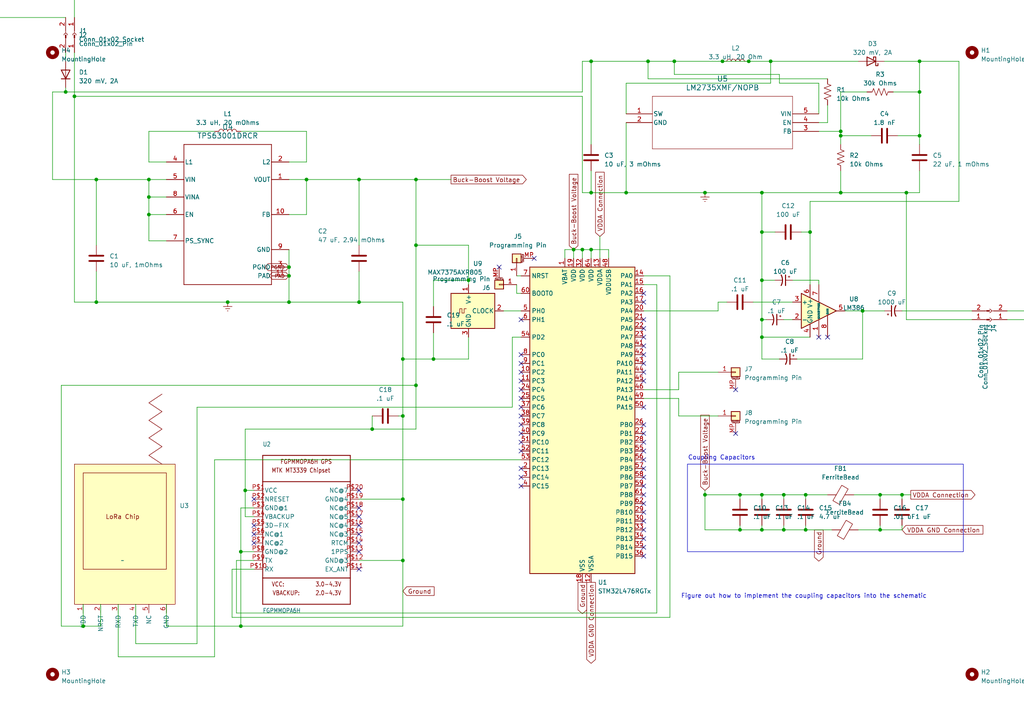
<source format=kicad_sch>
(kicad_sch (version 20231120) (generator "eeschema") (generator_version "8.0")
  (paper "A4")
  (lib_symbols
    (symbol "Adafruit Ultimate GPS Hat-eagle-import:GPS_FGPMMOPA6H"
      (property "Reference" "U" (at -12.7 22.86 0))
      (symbol "GPS_FGPMMOPA6H_1_0"
        (text "2.0-4.3V" (at 2.54 -20.32 0) (effects (font (size 1.27 1.0795)) (justify left bottom)))
        (text "3.0-4.3V" (at 2.54 -17.78 0) (effects (font (size 1.27 1.0795)) (justify left bottom)))
        (text "FGPMMOPA6H GPS" (at -7.62 17.78 0) (effects (font (size 1.27 1.0795)) (justify left bottom)))
        (text "MTK MT3339 Chipset" (at -10.16 15.24 0) (effects (font (size 1.27 1.0795)) (justify left bottom)))
        (text "VBACKUP:" (at -9.906 -20.32 0) (effects (font (size 1.27 1.0795)) (justify left bottom)))
        (text "VCC:" (at -10.16 -17.78 0) (effects (font (size 1.27 1.0795)) (justify left bottom)))
        (pin bidirectional line (at -15.24 10.16 0) (length 2.54) (name "VCC") (number "P$1"))
        (pin bidirectional line (at -15.24 -12.7 0) (length 2.54) (name "RX") (number "P$10"))
        (pin bidirectional line (at 15.24 -12.7 180) (length 2.54) (name "EX_ANT") (number "P$11"))
        (pin bidirectional line (at 15.24 -10.16 180) (length 2.54) (name "GND@3") (number "P$12"))
        (pin bidirectional line (at 15.24 -7.62 180) (length 2.54) (name "1PPS") (number "P$13"))
        (pin bidirectional line (at 15.24 -5.08 180) (length 2.54) (name "RTCM") (number "P$14"))
        (pin bidirectional line (at 15.24 -2.54 180) (length 2.54) (name "NC@3") (number "P$15"))
        (pin bidirectional line (at 15.24 0 180) (length 2.54) (name "NC@4") (number "P$16"))
        (pin bidirectional line (at 15.24 2.54 180) (length 2.54) (name "NC@5") (number "P$17"))
        (pin bidirectional line (at 15.24 5.08 180) (length 2.54) (name "NC@6") (number "P$18"))
        (pin bidirectional line (at 15.24 7.62 180) (length 2.54) (name "GND@4") (number "P$19"))
        (pin bidirectional line (at -15.24 7.62 0) (length 2.54) (name "NRESET") (number "P$2"))
        (pin bidirectional line (at 15.24 10.16 180) (length 2.54) (name "NC@7") (number "P$20"))
        (pin bidirectional line (at -15.24 5.08 0) (length 2.54) (name "GND@1") (number "P$3"))
        (pin bidirectional line (at -15.24 2.54 0) (length 2.54) (name "VBACKUP") (number "P$4"))
        (pin bidirectional line (at -15.24 0 0) (length 2.54) (name "3D-FIX") (number "P$5"))
        (pin bidirectional line (at -15.24 -2.54 0) (length 2.54) (name "NC@1") (number "P$6"))
        (pin bidirectional line (at -15.24 -5.08 0) (length 2.54) (name "NC@2") (number "P$7"))
        (pin bidirectional line (at -15.24 -7.62 0) (length 2.54) (name "GND@2") (number "P$8"))
        (pin bidirectional line (at -15.24 -10.16 0) (length 2.54) (name "TX") (number "P$9"))
      )
    )
    (symbol "Amplifier_Audio:LM386" (pin_names (offset 0.127))
      (property "Reference" "U" (at 1.27 7.62 0))
      (property "Value" "LM386" (at 1.27 5.08 0))
      (symbol "LM386_1_1"
        (pin input line (at 0 -7.62 90) (length 5.08) (name "GAIN") (number "1"))
        (pin input line (at -7.62 -2.54 0) (length 2.54) (name "-") (number "2"))
        (pin input line (at -7.62 2.54 0) (length 2.54) (name "+") (number "3"))
        (pin power_in line (at -2.54 -7.62 90) (length 3.81) (name "GND") (number "4"))
        (pin output line (at 7.62 0 180) (length 2.54) (name "~") (number "5"))
        (pin power_in line (at -2.54 7.62 270) (length 3.81) (name "V+") (number "6"))
        (pin input line (at 0 7.62 270) (length 5.08) (name "BYPASS") (number "7"))
        (pin input line (at 2.54 -7.62 90) (length 6.35) (name "GAIN") (number "8"))
      )
    )
    (symbol "Boost Chip:LM2735XMF_NOPB" (pin_names (offset 0.254))
      (property "Value" "LM2735XMF/NOPB" (at 27.94 7.62 0))
      (symbol "LM2735XMF_NOPB_0_1"
        (pin power_in line (at 0 0 0) (length 7.62) (name "SW") (number "1"))
        (pin power_in line (at 0 -2.54 0) (length 7.62) (name "GND") (number "2"))
        (pin input line (at 55.88 -5.08 180) (length 7.62) (name "FB") (number "3"))
        (pin input line (at 55.88 -2.54 180) (length 7.62) (name "EN") (number "4"))
        (pin power_in line (at 55.88 0 180) (length 7.62) (name "VIN") (number "5"))
      )
    )
    (symbol "Buck-Boost Chip:TPS63001DRCR" (pin_names (offset 0.254))
      (property "Reference" "U" (at 0 2.54 0))
      (property "Value" "TPS63001DRCR" (at 0 0 0))
      (symbol "TPS63001DRCR_0_1"
        (pin power_in line (at 17.78 10.16 180) (length 5.08) (name "VOUT") (number "1"))
        (pin input line (at 17.78 0 180) (length 5.08) (name "FB") (number "10"))
        (pin power_in line (at 17.78 -17.78 180) (length 5.08) (name "PAD") (number "11"))
        (pin unspecified line (at 17.78 15.24 180) (length 5.08) (name "L2") (number "2"))
        (pin power_in line (at 17.78 -15.24 180) (length 5.08) (name "PGND") (number "3"))
        (pin unspecified line (at -17.78 15.24 0) (length 5.08) (name "L1") (number "4"))
        (pin power_in line (at -17.78 10.16 0) (length 5.08) (name "VIN") (number "5"))
        (pin input line (at -17.78 0 0) (length 5.08) (name "EN") (number "6"))
        (pin input line (at -17.78 -7.62 0) (length 5.08) (name "PS_SYNC") (number "7"))
        (pin power_in line (at -17.78 5.08 0) (length 5.08) (name "VINA") (number "8"))
        (pin power_in line (at 17.78 -10.16 180) (length 5.08) (name "GND") (number "9"))
      )
    )
    (symbol "Connector:Conn_01x02_Pin" (pin_names (offset 1.016) hide)
      (property "Reference" "J" (at 0 2.54 0))
      (property "Value" "Conn_01x02_Pin" (at 0 -5.08 0))
      (symbol "Conn_01x02_Pin_1_1"
        (pin passive line (at 5.08 0 180) (length 3.81) (name "Pin_1") (number "1"))
        (pin passive line (at 5.08 -2.54 180) (length 3.81) (name "Pin_2") (number "2"))
      )
    )
    (symbol "Connector:Conn_01x02_Socket" (pin_names (offset 1.016) hide)
      (property "Reference" "J" (at 0 2.54 0))
      (property "Value" "Conn_01x02_Socket" (at 0 -5.08 0))
      (symbol "Conn_01x02_Socket_1_1"
        (pin passive line (at -5.08 0 0) (length 3.81) (name "Pin_1") (number "1"))
        (pin passive line (at -5.08 -2.54 0) (length 3.81) (name "Pin_2") (number "2"))
      )
    )
    (symbol "Connector_Generic_MountingPin:Conn_01x01_MountingPin" (pin_names (offset 1.016) hide)
      (property "Reference" "J" (at 0 2.54 0))
      (property "Value" "Conn_01x01_MountingPin" (at 1.27 -2.54 0))
      (symbol "Conn_01x01_MountingPin_1_1"
        (text "Mounting" (at 0 -1.651 0) (effects (font (size 0.381 0.381))))
        (pin passive line (at -5.08 0 0) (length 3.81) (name "Pin_1") (number "1"))
        (pin passive line (at 0 -5.08 90) (length 3.048) (name "MountPin") (number "MP"))
      )
    )
    (symbol "Device:Battery_Cell" (pin_numbers hide) (pin_names (offset 0) hide)
      (property "Reference" "BT" (at 2.54 2.54 0))
      (property "Value" "Battery_Cell" (at 2.54 0 0))
      (symbol "Battery_Cell_1_1"
        (pin passive line (at 0 5.08 270) (length 2.54) (name "+") (number "1"))
        (pin passive line (at 0 -2.54 90) (length 2.54) (name "-") (number "2"))
      )
    )
    (symbol "Device:C" (pin_numbers hide) (pin_names (offset 0.254))
      (property "Reference" "C" (at 0.635 2.54 0))
      (property "Value" "C" (at 0.635 -2.54 0))
      (symbol "C_1_1"
        (pin passive line (at 0 3.81 270) (length 2.794) (name "~") (number "1"))
        (pin passive line (at 0 -3.81 90) (length 2.794) (name "~") (number "2"))
      )
    )
    (symbol "Device:C_Polarized_Small_US" (pin_numbers hide) (pin_names (offset 0.254) hide)
      (property "Reference" "C" (at 0.254 1.778 0))
      (property "Value" "C_Polarized_Small_US" (at 0.254 -2.032 0))
      (symbol "C_Polarized_Small_US_1_1"
        (pin passive line (at 0 2.54 270) (length 2.032) (name "~") (number "1"))
        (pin passive line (at 0 -2.54 90) (length 2.032) (name "~") (number "2"))
      )
    )
    (symbol "Device:D" (pin_numbers hide) (pin_names (offset 1.016) hide)
      (property "Reference" "D" (at 0 2.54 0))
      (property "Value" "D" (at 0 -2.54 0))
      (symbol "D_1_1"
        (pin passive line (at -3.81 0 0) (length 2.54) (name "K") (number "1"))
        (pin passive line (at 3.81 0 180) (length 2.54) (name "A") (number "2"))
      )
    )
    (symbol "Device:D_Schottky" (pin_numbers hide) (pin_names (offset 1.016) hide)
      (property "Reference" "D" (at 0 2.54 0))
      (property "Value" "D_Schottky" (at 0 -2.54 0))
      (symbol "D_Schottky_1_1"
        (pin passive line (at -3.81 0 0) (length 2.54) (name "K") (number "1"))
        (pin passive line (at 3.81 0 180) (length 2.54) (name "A") (number "2"))
      )
    )
    (symbol "Device:FerriteBead" (pin_numbers hide) (pin_names (offset 0))
      (property "Reference" "FB" (at -3.81 0.635 90))
      (property "Value" "FerriteBead" (at 3.81 0 90))
      (symbol "FerriteBead_1_1"
        (pin passive line (at 0 3.81 270) (length 2.54) (name "~") (number "1"))
        (pin passive line (at 0 -3.81 90) (length 2.54) (name "~") (number "2"))
      )
    )
    (symbol "Device:L" (pin_numbers hide) (pin_names (offset 1.016) hide)
      (property "Reference" "L" (at -1.27 0 90))
      (property "Value" "L" (at 1.905 0 90))
      (symbol "L_1_1"
        (pin passive line (at 0 3.81 270) (length 1.27) (name "1") (number "1"))
        (pin passive line (at 0 -3.81 90) (length 1.27) (name "2") (number "2"))
      )
    )
    (symbol "Device:R_US" (pin_numbers hide) (pin_names (offset 0))
      (property "Reference" "R" (at 2.54 0 90))
      (property "Value" "R_US" (at -2.54 0 90))
      (symbol "R_US_1_1"
        (pin passive line (at 0 3.81 270) (length 1.27) (name "~") (number "1"))
        (pin passive line (at 0 -3.81 90) (length 1.27) (name "~") (number "2"))
      )
    )
    (symbol "Device:Speaker" (pin_names (offset 0) hide)
      (property "Reference" "LS" (at 1.27 5.715 0))
      (property "Value" "Speaker" (at 1.27 3.81 0))
      (symbol "Speaker_1_1"
        (pin input line (at -5.08 0 0) (length 2.54) (name "1") (number "1"))
        (pin input line (at -5.08 -2.54 0) (length 2.54) (name "2") (number "2"))
      )
    )
    (symbol "LoRa Chip:RYLR896"
      (property "Reference" "U" (at 0 0 0))
      (symbol "RYLR896_0_1"
        (text "LoRa Chip" (at 0 12.7 0) (effects (font (size 1.27 1.27))))
      )
      (symbol "RYLR896_1_1"
        (pin power_in line (at -11.43 -12.7 270) (length 2.54) (name "VDD") (number "1"))
        (pin input line (at -6.35 -12.7 270) (length 2.54) (name "NRST") (number "2"))
        (pin input line (at -1.27 -12.7 270) (length 2.54) (name "RXD") (number "3"))
        (pin output line (at 3.81 -12.7 270) (length 2.54) (name "TXD") (number "4"))
        (pin free line (at 7.62 -12.7 270) (length 2.54) (name "NC") (number "5"))
        (pin power_out line (at 12.7 -12.7 270) (length 2.54) (name "GND") (number "6"))
      )
    )
    (symbol "MCU_ST_STM32L4:STM32L476RGTx"
      (property "Reference" "U" (at -15.24 46.99 0))
      (property "Value" "STM32L476RGTx" (at 10.16 46.99 0))
      (symbol "STM32L476RGTx_1_1"
        (pin power_in line (at -5.08 48.26 270) (length 2.54) (name "VBAT") (number "1"))
        (pin bidirectional line (at -17.78 15.24 0) (length 2.54) (name "PC2") (number "10"))
        (pin bidirectional line (at -17.78 12.7 0) (length 2.54) (name "PC3") (number "11"))
        (pin power_in line (at 2.54 -45.72 90) (length 2.54) (name "VSSA") (number "12"))
        (pin power_in line (at 5.08 48.26 270) (length 2.54) (name "VDDA") (number "13"))
        (pin bidirectional line (at 17.78 43.18 180) (length 2.54) (name "PA0") (number "14"))
        (pin bidirectional line (at 17.78 40.64 180) (length 2.54) (name "PA1") (number "15"))
        (pin bidirectional line (at 17.78 38.1 180) (length 2.54) (name "PA2") (number "16"))
        (pin bidirectional line (at 17.78 35.56 180) (length 2.54) (name "PA3") (number "17"))
        (pin power_in line (at 0 -45.72 90) (length 2.54) (name "VSS") (number "18"))
        (pin power_in line (at -2.54 48.26 270) (length 2.54) (name "VDD") (number "19"))
        (pin bidirectional line (at -17.78 -12.7 0) (length 2.54) (name "PC13") (number "2"))
        (pin bidirectional line (at 17.78 33.02 180) (length 2.54) (name "PA4") (number "20"))
        (pin bidirectional line (at 17.78 30.48 180) (length 2.54) (name "PA5") (number "21"))
        (pin bidirectional line (at 17.78 27.94 180) (length 2.54) (name "PA6") (number "22"))
        (pin bidirectional line (at 17.78 25.4 180) (length 2.54) (name "PA7") (number "23"))
        (pin bidirectional line (at -17.78 10.16 0) (length 2.54) (name "PC4") (number "24"))
        (pin bidirectional line (at -17.78 7.62 0) (length 2.54) (name "PC5") (number "25"))
        (pin bidirectional line (at 17.78 0 180) (length 2.54) (name "PB0") (number "26"))
        (pin bidirectional line (at 17.78 -2.54 180) (length 2.54) (name "PB1") (number "27"))
        (pin bidirectional line (at 17.78 -5.08 180) (length 2.54) (name "PB2") (number "28"))
        (pin bidirectional line (at 17.78 -25.4 180) (length 2.54) (name "PB10") (number "29"))
        (pin bidirectional line (at -17.78 -15.24 0) (length 2.54) (name "PC14") (number "3"))
        (pin bidirectional line (at 17.78 -27.94 180) (length 2.54) (name "PB11") (number "30"))
        (pin passive line (at 0 -45.72 90) (length 2.54) hide (name "VSS") (number "31"))
        (pin power_in line (at 0 48.26 270) (length 2.54) (name "VDD") (number "32"))
        (pin bidirectional line (at 17.78 -30.48 180) (length 2.54) (name "PB12") (number "33"))
        (pin bidirectional line (at 17.78 -33.02 180) (length 2.54) (name "PB13") (number "34"))
        (pin bidirectional line (at 17.78 -35.56 180) (length 2.54) (name "PB14") (number "35"))
        (pin bidirectional line (at 17.78 -38.1 180) (length 2.54) (name "PB15") (number "36"))
        (pin bidirectional line (at -17.78 5.08 0) (length 2.54) (name "PC6") (number "37"))
        (pin bidirectional line (at -17.78 2.54 0) (length 2.54) (name "PC7") (number "38"))
        (pin bidirectional line (at -17.78 0 0) (length 2.54) (name "PC8") (number "39"))
        (pin bidirectional line (at -17.78 -17.78 0) (length 2.54) (name "PC15") (number "4"))
        (pin bidirectional line (at -17.78 -2.54 0) (length 2.54) (name "PC9") (number "40"))
        (pin bidirectional line (at 17.78 22.86 180) (length 2.54) (name "PA8") (number "41"))
        (pin bidirectional line (at 17.78 20.32 180) (length 2.54) (name "PA9") (number "42"))
        (pin bidirectional line (at 17.78 17.78 180) (length 2.54) (name "PA10") (number "43"))
        (pin bidirectional line (at 17.78 15.24 180) (length 2.54) (name "PA11") (number "44"))
        (pin bidirectional line (at 17.78 12.7 180) (length 2.54) (name "PA12") (number "45"))
        (pin bidirectional line (at 17.78 10.16 180) (length 2.54) (name "PA13") (number "46"))
        (pin passive line (at 0 -45.72 90) (length 2.54) hide (name "VSS") (number "47"))
        (pin power_in line (at 7.62 48.26 270) (length 2.54) (name "VDDUSB") (number "48"))
        (pin bidirectional line (at 17.78 7.62 180) (length 2.54) (name "PA14") (number "49"))
        (pin bidirectional line (at -17.78 33.02 0) (length 2.54) (name "PH0") (number "5"))
        (pin bidirectional line (at 17.78 5.08 180) (length 2.54) (name "PA15") (number "50"))
        (pin bidirectional line (at -17.78 -5.08 0) (length 2.54) (name "PC10") (number "51"))
        (pin bidirectional line (at -17.78 -7.62 0) (length 2.54) (name "PC11") (number "52"))
        (pin bidirectional line (at -17.78 -10.16 0) (length 2.54) (name "PC12") (number "53"))
        (pin bidirectional line (at -17.78 25.4 0) (length 2.54) (name "PD2") (number "54"))
        (pin bidirectional line (at 17.78 -7.62 180) (length 2.54) (name "PB3") (number "55"))
        (pin bidirectional line (at 17.78 -10.16 180) (length 2.54) (name "PB4") (number "56"))
        (pin bidirectional line (at 17.78 -12.7 180) (length 2.54) (name "PB5") (number "57"))
        (pin bidirectional line (at 17.78 -15.24 180) (length 2.54) (name "PB6") (number "58"))
        (pin bidirectional line (at 17.78 -17.78 180) (length 2.54) (name "PB7") (number "59"))
        (pin bidirectional line (at -17.78 30.48 0) (length 2.54) (name "PH1") (number "6"))
        (pin input line (at -17.78 38.1 0) (length 2.54) (name "BOOT0") (number "60"))
        (pin bidirectional line (at 17.78 -20.32 180) (length 2.54) (name "PB8") (number "61"))
        (pin bidirectional line (at 17.78 -22.86 180) (length 2.54) (name "PB9") (number "62"))
        (pin passive line (at 0 -45.72 90) (length 2.54) hide (name "VSS") (number "63"))
        (pin power_in line (at 2.54 48.26 270) (length 2.54) (name "VDD") (number "64"))
        (pin input line (at -17.78 43.18 0) (length 2.54) (name "NRST") (number "7"))
        (pin bidirectional line (at -17.78 20.32 0) (length 2.54) (name "PC0") (number "8"))
        (pin bidirectional line (at -17.78 17.78 0) (length 2.54) (name "PC1") (number "9"))
      )
    )
    (symbol "Mechanical:MountingHole" (pin_names (offset 1.016))
      (property "Reference" "H" (at 0 5.08 0))
      (property "Value" "MountingHole" (at 0 3.175 0))
    )
    (symbol "Oscillator:MAX7375AXR805" (pin_names (offset 0.254))
      (property "Reference" "U" (at -2.54 6.35 0))
      (property "Value" "MAX7375AXR805" (at 1.27 -6.35 0))
      (symbol "MAX7375AXR805_1_1"
        (pin power_in line (at 0 7.62 270) (length 2.54) (name "V+") (number "1"))
        (pin output line (at 10.16 0 180) (length 2.54) (name "CLOCK") (number "2"))
        (pin power_in line (at 0 -7.62 90) (length 2.54) (name "GND") (number "3"))
      )
    )
    (symbol "power:Earth" (power) (pin_names (offset 0))
      (symbol "Earth_1_1"
        (pin power_in line (at 0 0 270) (length 0) hide (name "Earth") (number "1"))
      )
    )
  )
  (junction (at 116.84 162.56))
  (junction (at 214.63 143.51))
  (junction (at 104.14 87.63))
  (junction (at 88.9 52.07))
  (junction (at 120.65 111.76))
  (junction (at 220.98 143.51))
  (junction (at 168.91 72.39))
  (junction (at 243.84 39.37))
  (junction (at 195.58 17.78))
  (junction (at 135.89 81.28))
  (junction (at 171.45 17.78))
  (junction (at 83.82 87.63))
  (junction (at 69.85 181.61))
  (junction (at 234.95 67.31))
  (junction (at 120.65 71.12))
  (junction (at 227.33 143.51))
  (junction (at 43.18 57.15))
  (junction (at 220.98 92.71))
  (junction (at 220.98 153.67))
  (junction (at 255.27 153.67))
  (junction (at 66.04 87.63))
  (junction (at 125.73 104.14))
  (junction (at 83.82 77.47))
  (junction (at 171.45 55.88))
  (junction (at 261.62 143.51))
  (junction (at 243.84 55.88))
  (junction (at 187.96 17.78))
  (junction (at 204.47 143.51))
  (junction (at 116.84 120.65))
  (junction (at 255.27 143.51))
  (junction (at 43.18 52.07))
  (junction (at 107.95 124.46))
  (junction (at 266.7 17.78))
  (junction (at 43.18 62.23))
  (junction (at 227.33 153.67))
  (junction (at 262.89 55.88))
  (junction (at 104.14 52.07))
  (junction (at 116.84 144.78))
  (junction (at 120.65 52.07))
  (junction (at 24.13 181.61))
  (junction (at 204.47 55.88))
  (junction (at 223.52 17.78))
  (junction (at 220.98 67.31))
  (junction (at 71.12 142.24))
  (junction (at 69.85 160.02))
  (junction (at 217.17 17.78))
  (junction (at 19.05 26.67))
  (junction (at 220.98 97.79))
  (junction (at 181.61 55.88))
  (junction (at 250.19 90.17))
  (junction (at 171.45 72.39))
  (junction (at 83.82 80.01))
  (junction (at 243.84 38.1))
  (junction (at 233.68 153.67))
  (junction (at 266.7 39.37))
  (junction (at 166.37 72.39))
  (junction (at 27.94 87.63))
  (junction (at 21.59 27.94))
  (junction (at 233.68 143.51))
  (junction (at 220.98 55.88))
  (junction (at 214.63 153.67))
  (junction (at 209.55 17.78))
  (junction (at 266.7 26.67))
  (junction (at 116.84 104.14))
  (junction (at 220.98 81.28))
  (junction (at 27.94 52.07))
  (no_connect (at 151.13 135.89))
  (no_connect (at 151.13 113.03))
  (no_connect (at 186.69 125.73))
  (no_connect (at 186.69 128.27))
  (no_connect (at 151.13 118.11))
  (no_connect (at 186.69 148.59))
  (no_connect (at 104.14 152.4))
  (no_connect (at 151.13 107.95))
  (no_connect (at 104.14 154.94))
  (no_connect (at 186.69 123.19))
  (no_connect (at 186.69 151.13))
  (no_connect (at 186.69 95.25))
  (no_connect (at 186.69 85.09))
  (no_connect (at 186.69 153.67))
  (no_connect (at 213.36 125.73))
  (no_connect (at 73.66 157.48))
  (no_connect (at 73.66 144.78))
  (no_connect (at 104.14 149.86))
  (no_connect (at 186.69 102.87))
  (no_connect (at 151.13 110.49))
  (no_connect (at 144.78 77.47))
  (no_connect (at 186.69 118.11))
  (no_connect (at 104.14 157.48))
  (no_connect (at 240.03 97.79))
  (no_connect (at 151.13 140.97))
  (no_connect (at 151.13 92.71))
  (no_connect (at 186.69 146.05))
  (no_connect (at 104.14 147.32))
  (no_connect (at 213.36 113.03))
  (no_connect (at 151.13 115.57))
  (no_connect (at 237.49 97.79))
  (no_connect (at 73.66 152.4))
  (no_connect (at 151.13 102.87))
  (no_connect (at 186.69 92.71))
  (no_connect (at 73.66 154.94))
  (no_connect (at 186.69 158.75))
  (no_connect (at 186.69 105.41))
  (no_connect (at 151.13 138.43))
  (no_connect (at 154.94 74.93))
  (no_connect (at 186.69 143.51))
  (no_connect (at 104.14 142.24))
  (no_connect (at 186.69 100.33))
  (no_connect (at 186.69 156.21))
  (no_connect (at 151.13 125.73))
  (no_connect (at 104.14 160.02))
  (no_connect (at 151.13 105.41))
  (no_connect (at 186.69 87.63))
  (no_connect (at 186.69 140.97))
  (no_connect (at 151.13 123.19))
  (no_connect (at 186.69 133.35))
  (no_connect (at 186.69 138.43))
  (no_connect (at 186.69 97.79))
  (no_connect (at 186.69 130.81))
  (no_connect (at 186.69 107.95))
  (no_connect (at 186.69 110.49))
  (no_connect (at 151.13 120.65))
  (no_connect (at 151.13 128.27))
  (no_connect (at 186.69 161.29))
  (no_connect (at 151.13 130.81))
  (no_connect (at 186.69 135.89))
  (no_connect (at 104.14 165.1))
  (wire (pts (xy 220.98 81.28) (xy 220.98 92.71)))
  (wire (pts (xy 250.19 90.17) (xy 256.54 90.17)))
  (wire (pts (xy 67.31 179.07) (xy 67.31 165.1)))
  (wire (pts (xy 232.41 67.31) (xy 234.95 67.31)))
  (wire (pts (xy 116.84 104.14) (xy 125.73 104.14)))
  (wire (pts (xy 181.61 35.56) (xy 181.61 55.88)))
  (wire (pts (xy 260.35 39.37) (xy 266.7 39.37)))
  (wire (pts (xy 171.45 17.78) (xy 171.45 41.91)))
  (wire (pts (xy 245.11 90.17) (xy 250.19 90.17)))
  (wire (pts (xy 21.59 27.94) (xy 21.59 87.63)))
  (wire (pts (xy 17.78 111.76) (xy 120.65 111.76)))
  (wire (pts (xy 69.85 181.61) (xy 116.84 181.61)))
  (wire (pts (xy 24.13 175.26) (xy 24.13 181.61)))
  (wire (pts (xy 208.28 90.17) (xy 208.28 87.63)))
  (wire (pts (xy 171.45 55.88) (xy 168.91 55.88)))
  (wire (pts (xy 173.99 68.58) (xy 173.99 74.93)))
  (wire (pts (xy 104.14 78.74) (xy 104.14 87.63)))
  (wire (pts (xy 43.18 57.15) (xy 43.18 52.07)))
  (wire (pts (xy 220.98 104.14) (xy 226.06 104.14)))
  (wire (pts (xy 19.05 25.4) (xy 19.05 26.67)))
  (wire (pts (xy 176.53 72.39) (xy 176.53 74.93)))
  (wire (pts (xy 43.18 52.07) (xy 48.26 52.07)))
  (wire (pts (xy 83.82 62.23) (xy 88.9 62.23)))
  (wire (pts (xy 255.27 143.51) (xy 261.62 143.51)))
  (wire (pts (xy 116.84 120.65) (xy 116.84 144.78)))
  (wire (pts (xy 57.15 118.11) (xy 57.15 186.69)))
  (wire (pts (xy 68.58 162.56) (xy 73.66 162.56)))
  (wire (pts (xy 220.98 67.31) (xy 220.98 81.28)))
  (wire (pts (xy 204.47 142.24) (xy 204.47 143.51)))
  (wire (pts (xy 34.29 190.5) (xy 34.29 175.26)))
  (wire (pts (xy 120.65 52.07) (xy 130.81 52.07)))
  (wire (pts (xy 194.31 179.07) (xy 67.31 179.07)))
  (wire (pts (xy 10.16 -16.51) (xy 3.81 -16.51)))
  (wire (pts (xy 220.98 152.4) (xy 220.98 153.67)))
  (wire (pts (xy 83.82 87.63) (xy 104.14 87.63)))
  (wire (pts (xy 135.89 71.12) (xy 135.89 81.28)))
  (wire (pts (xy 21.59 87.63) (xy 27.94 87.63)))
  (wire (pts (xy 220.98 55.88) (xy 243.84 55.88)))
  (wire (pts (xy 83.82 80.01) (xy 83.82 87.63)))
  (wire (pts (xy 149.86 85.09) (xy 151.13 85.09)))
  (wire (pts (xy 19.05 15.24) (xy 19.05 17.78)))
  (wire (pts (xy 262.89 55.88) (xy 266.7 55.88)))
  (wire (pts (xy 104.14 162.56) (xy 116.84 162.56)))
  (wire (pts (xy 71.12 142.24) (xy 71.12 124.46)))
  (wire (pts (xy 240.03 22.86) (xy 187.96 22.86)))
  (wire (pts (xy 181.61 24.13) (xy 223.52 24.13)))
  (wire (pts (xy 62.23 133.35) (xy 151.13 133.35)))
  (wire (pts (xy 69.85 160.02) (xy 69.85 181.61)))
  (wire (pts (xy 220.98 55.88) (xy 220.98 67.31)))
  (wire (pts (xy 190.5 177.8) (xy 68.58 177.8)))
  (wire (pts (xy 262.89 55.88) (xy 262.89 92.71)))
  (wire (pts (xy 163.83 74.93) (xy 163.83 72.39)))
  (wire (pts (xy 234.95 58.42) (xy 234.95 67.31)))
  (wire (pts (xy 227.33 143.51) (xy 227.33 144.78)))
  (wire (pts (xy 220.98 153.67) (xy 227.33 153.67)))
  (wire (pts (xy 220.98 143.51) (xy 227.33 143.51)))
  (wire (pts (xy 243.84 38.1) (xy 243.84 39.37)))
  (wire (pts (xy 237.49 35.56) (xy 240.03 35.56)))
  (wire (pts (xy 190.5 82.55) (xy 190.5 177.8)))
  (wire (pts (xy 66.04 87.63) (xy 83.82 87.63)))
  (wire (pts (xy 256.54 17.78) (xy 266.7 17.78)))
  (wire (pts (xy 48.26 181.61) (xy 69.85 181.61)))
  (wire (pts (xy 234.95 58.42) (xy 278.13 58.42)))
  (wire (pts (xy 21.59 27.94) (xy 168.91 27.94)))
  (wire (pts (xy 73.66 147.32) (xy 69.85 147.32)))
  (wire (pts (xy 83.82 77.47) (xy 83.82 80.01)))
  (wire (pts (xy 214.63 143.51) (xy 220.98 143.51)))
  (wire (pts (xy 194.31 80.01) (xy 194.31 179.07)))
  (wire (pts (xy 43.18 46.99) (xy 48.26 46.99)))
  (wire (pts (xy 168.91 26.67) (xy 168.91 17.78)))
  (wire (pts (xy 104.14 52.07) (xy 104.14 71.12)))
  (wire (pts (xy 83.82 46.99) (xy 88.9 46.99)))
  (wire (pts (xy 243.84 26.67) (xy 243.84 38.1)))
  (wire (pts (xy 104.14 87.63) (xy 116.84 87.63)))
  (wire (pts (xy 218.44 87.63) (xy 229.87 87.63)))
  (wire (pts (xy 83.82 72.39) (xy 83.82 77.47)))
  (wire (pts (xy 186.69 90.17) (xy 208.28 90.17)))
  (wire (pts (xy 149.86 80.01) (xy 151.13 80.01)))
  (wire (pts (xy 237.49 38.1) (xy 243.84 38.1)))
  (wire (pts (xy 204.47 55.88) (xy 220.98 55.88)))
  (wire (pts (xy 115.57 120.65) (xy 116.84 120.65)))
  (wire (pts (xy 243.84 49.53) (xy 243.84 55.88)))
  (wire (pts (xy 255.27 143.51) (xy 255.27 144.78)))
  (wire (pts (xy 223.52 24.13) (xy 223.52 17.78)))
  (wire (pts (xy 107.95 120.65) (xy 107.95 124.46)))
  (wire (pts (xy 125.73 81.28) (xy 125.73 88.9)))
  (wire (pts (xy 21.59 -8.89) (xy 21.59 5.08)))
  (wire (pts (xy 48.26 62.23) (xy 43.18 62.23)))
  (wire (pts (xy 17.78 181.61) (xy 24.13 181.61)))
  (wire (pts (xy 261.62 90.17) (xy 281.94 90.17)))
  (wire (pts (xy 220.98 81.28) (xy 224.79 81.28)))
  (wire (pts (xy -7.62 5.08) (xy 19.05 5.08)))
  (wire (pts (xy 166.37 72.39) (xy 166.37 74.93)))
  (wire (pts (xy 27.94 78.74) (xy 27.94 87.63)))
  (wire (pts (xy 266.7 17.78) (xy 266.7 26.67)))
  (wire (pts (xy 234.95 97.79) (xy 220.98 97.79)))
  (wire (pts (xy 292.1 92.71) (xy 312.42 92.71)))
  (wire (pts (xy 220.98 67.31) (xy 224.79 67.31)))
  (wire (pts (xy 240.03 30.48) (xy 240.03 35.56)))
  (wire (pts (xy 67.31 165.1) (xy 73.66 165.1)))
  (wire (pts (xy 116.84 104.14) (xy 116.84 120.65)))
  (wire (pts (xy 195.58 21.59) (xy 195.58 17.78)))
  (wire (pts (xy 227.33 143.51) (xy 233.68 143.51)))
  (wire (pts (xy 204.47 143.51) (xy 214.63 143.51)))
  (wire (pts (xy 220.98 143.51) (xy 220.98 144.78)))
  (wire (pts (xy 223.52 17.78) (xy 248.92 17.78)))
  (wire (pts (xy 231.14 104.14) (xy 250.19 104.14)))
  (wire (pts (xy 43.18 38.1) (xy 43.18 46.99)))
  (wire (pts (xy 227.33 92.71) (xy 229.87 92.71)))
  (wire (pts (xy 261.62 143.51) (xy 264.16 143.51)))
  (wire (pts (xy 243.84 39.37) (xy 252.73 39.37)))
  (wire (pts (xy 43.18 38.1) (xy 62.23 38.1)))
  (wire (pts (xy 208.28 87.63) (xy 210.82 87.63)))
  (wire (pts (xy 148.59 118.11) (xy 57.15 118.11)))
  (wire (pts (xy 278.13 17.78) (xy 278.13 58.42)))
  (wire (pts (xy 104.14 144.78) (xy 116.84 144.78)))
  (wire (pts (xy 243.84 39.37) (xy 243.84 41.91)))
  (wire (pts (xy 88.9 38.1) (xy 88.9 46.99)))
  (wire (pts (xy 226.06 21.59) (xy 195.58 21.59)))
  (wire (pts (xy 69.85 38.1) (xy 88.9 38.1)))
  (wire (pts (xy 214.63 153.67) (xy 220.98 153.67)))
  (wire (pts (xy 68.58 177.8) (xy 68.58 162.56)))
  (wire (pts (xy 233.68 143.51) (xy 233.68 144.78)))
  (wire (pts (xy 247.65 143.51) (xy 255.27 143.51)))
  (wire (pts (xy 214.63 152.4) (xy 214.63 153.67)))
  (wire (pts (xy 195.58 17.78) (xy 209.55 17.78)))
  (wire (pts (xy 181.61 55.88) (xy 204.47 55.88)))
  (wire (pts (xy 243.84 26.67) (xy 251.46 26.67)))
  (wire (pts (xy 116.84 87.63) (xy 116.84 104.14)))
  (wire (pts (xy 15.24 26.67) (xy 19.05 26.67)))
  (wire (pts (xy 120.65 124.46) (xy 120.65 111.76)))
  (wire (pts (xy 107.95 124.46) (xy 120.65 124.46)))
  (wire (pts (xy 266.7 26.67) (xy 266.7 39.37)))
  (wire (pts (xy 186.69 82.55) (xy 190.5 82.55)))
  (wire (pts (xy 171.45 72.39) (xy 176.53 72.39)))
  (wire (pts (xy 266.7 17.78) (xy 278.13 17.78)))
  (wire (pts (xy 237.49 82.55) (xy 237.49 81.28)))
  (wire (pts (xy 226.06 24.13) (xy 237.49 24.13)))
  (wire (pts (xy 71.12 149.86) (xy 73.66 149.86)))
  (wire (pts (xy 48.26 69.85) (xy 43.18 69.85)))
  (wire (pts (xy 261.62 152.4) (xy 261.62 153.67)))
  (wire (pts (xy 243.84 55.88) (xy 262.89 55.88)))
  (wire (pts (xy 15.24 26.67) (xy 15.24 52.07)))
  (wire (pts (xy 248.92 153.67) (xy 255.27 153.67)))
  (wire (pts (xy 261.62 143.51) (xy 261.62 144.78)))
  (wire (pts (xy 16.51 -16.51) (xy 16.51 -8.89)))
  (wire (pts (xy 62.23 190.5) (xy 34.29 190.5)))
  (wire (pts (xy 120.65 71.12) (xy 120.65 111.76)))
  (wire (pts (xy 196.85 115.57) (xy 196.85 120.65)))
  (wire (pts (xy 229.87 81.28) (xy 237.49 81.28)))
  (wire (pts (xy -2.54 -16.51) (xy -2.54 -19.05)))
  (wire (pts (xy 168.91 55.88) (xy 168.91 27.94)))
  (wire (pts (xy 227.33 152.4) (xy 227.33 153.67)))
  (wire (pts (xy 168.91 72.39) (xy 168.91 74.93)))
  (wire (pts (xy 266.7 39.37) (xy 266.7 41.91)))
  (wire (pts (xy 3.81 -8.89) (xy -2.54 -8.89)))
  (wire (pts (xy 217.17 17.78) (xy 223.52 17.78)))
  (wire (pts (xy 266.7 49.53) (xy 266.7 55.88)))
  (wire (pts (xy 88.9 52.07) (xy 104.14 52.07)))
  (wire (pts (xy 196.85 120.65) (xy 208.28 120.65)))
  (wire (pts (xy 166.37 72.39) (xy 168.91 72.39)))
  (wire (pts (xy 135.89 97.79) (xy 135.89 104.14)))
  (wire (pts (xy 237.49 24.13) (xy 237.49 33.02)))
  (wire (pts (xy 204.47 143.51) (xy 204.47 153.67)))
  (wire (pts (xy 83.82 52.07) (xy 88.9 52.07)))
  (wire (pts (xy 120.65 52.07) (xy 120.65 71.12)))
  (wire (pts (xy 135.89 81.28) (xy 125.73 81.28)))
  (wire (pts (xy 187.96 17.78) (xy 195.58 17.78)))
  (wire (pts (xy 24.13 181.61) (xy 29.21 181.61)))
  (wire (pts (xy 187.96 22.86) (xy 187.96 17.78)))
  (wire (pts (xy 261.62 153.67) (xy 255.27 153.67)))
  (wire (pts (xy 186.69 113.03) (xy 196.85 113.03)))
  (wire (pts (xy -2.54 -19.05) (xy -7.62 -19.05)))
  (wire (pts (xy 171.45 55.88) (xy 181.61 55.88)))
  (wire (pts (xy 146.05 90.17) (xy 151.13 90.17)))
  (wire (pts (xy 227.33 153.67) (xy 233.68 153.67)))
  (wire (pts (xy 196.85 107.95) (xy 208.28 107.95)))
  (wire (pts (xy 73.66 160.02) (xy 69.85 160.02)))
  (wire (pts (xy 233.68 153.67) (xy 241.3 153.67)))
  (wire (pts (xy 71.12 142.24) (xy 71.12 149.86)))
  (wire (pts (xy 214.63 143.51) (xy 214.63 144.78)))
  (wire (pts (xy 217.17 17.78) (xy 209.55 17.78)))
  (wire (pts (xy 15.24 52.07) (xy 27.94 52.07)))
  (wire (pts (xy 71.12 124.46) (xy 107.95 124.46)))
  (wire (pts (xy 181.61 24.13) (xy 181.61 33.02)))
  (wire (pts (xy 39.37 186.69) (xy 57.15 186.69)))
  (wire (pts (xy 69.85 147.32) (xy 69.85 160.02)))
  (wire (pts (xy 116.84 162.56) (xy 116.84 181.61)))
  (wire (pts (xy 3.81 -16.51) (xy 3.81 -8.89)))
  (wire (pts (xy 186.69 80.01) (xy 194.31 80.01)))
  (wire (pts (xy 73.66 142.24) (xy 71.12 142.24)))
  (wire (pts (xy 120.65 71.12) (xy 135.89 71.12)))
  (wire (pts (xy 163.83 72.39) (xy 166.37 72.39)))
  (wire (pts (xy 250.19 90.17) (xy 250.19 104.14)))
  (wire (pts (xy -7.62 -19.05) (xy -7.62 5.08)))
  (wire (pts (xy 16.51 -8.89) (xy 10.16 -8.89)))
  (wire (pts (xy 125.73 104.14) (xy 135.89 104.14)))
  (wire (pts (xy 29.21 175.26) (xy 29.21 181.61)))
  (wire (pts (xy 17.78 181.61) (xy 17.78 111.76)))
  (wire (pts (xy 204.47 153.67) (xy 214.63 153.67)))
  (wire (pts (xy 104.14 52.07) (xy 120.65 52.07)))
  (wire (pts (xy 259.08 26.67) (xy 266.7 26.67)))
  (wire (pts (xy 148.59 97.79) (xy 148.59 118.11)))
  (wire (pts (xy 27.94 52.07) (xy 43.18 52.07)))
  (wire (pts (xy 88.9 62.23) (xy 88.9 52.07)))
  (wire (pts (xy 21.59 15.24) (xy 21.59 27.94)))
  (wire (pts (xy 116.84 144.78) (xy 116.84 162.56)))
  (wire (pts (xy 186.69 115.57) (xy 196.85 115.57)))
  (wire (pts (xy 168.91 17.78) (xy 171.45 17.78)))
  (wire (pts (xy 135.89 81.28) (xy 135.89 82.55)))
  (wire (pts (xy 149.86 82.55) (xy 149.86 85.09)))
  (wire (pts (xy 39.37 186.69) (xy 39.37 175.26)))
  (wire (pts (xy 27.94 52.07) (xy 27.94 71.12)))
  (wire (pts (xy 21.59 -16.51) (xy 16.51 -16.51)))
  (wire (pts (xy 220.98 92.71) (xy 220.98 97.79)))
  (wire (pts (xy 196.85 113.03) (xy 196.85 107.95)))
  (wire (pts (xy 125.73 96.52) (xy 125.73 104.14)))
  (wire (pts (xy 19.05 26.67) (xy 168.91 26.67)))
  (wire (pts (xy 171.45 49.53) (xy 171.45 55.88)))
  (wire (pts (xy 48.26 57.15) (xy 43.18 57.15)))
  (wire (pts (xy 234.95 67.31) (xy 234.95 82.55)))
  (wire (pts (xy 43.18 62.23) (xy 43.18 57.15)))
  (wire (pts (xy 226.06 24.13) (xy 226.06 21.59)))
  (wire (pts (xy 220.98 92.71) (xy 222.25 92.71)))
  (wire (pts (xy 233.68 152.4) (xy 233.68 153.67)))
  (wire (pts (xy 171.45 17.78) (xy 187.96 17.78)))
  (wire (pts (xy 168.91 72.39) (xy 171.45 72.39)))
  (wire (pts (xy 255.27 152.4) (xy 255.27 153.67)))
  (wire (pts (xy 292.1 90.17) (xy 312.42 90.17)))
  (wire (pts (xy 240.03 143.51) (xy 233.68 143.51)))
  (wire (pts (xy 220.98 104.14) (xy 220.98 97.79)))
  (wire (pts (xy 62.23 133.35) (xy 62.23 190.5)))
  (wire (pts (xy 27.94 87.63) (xy 66.04 87.63)))
  (wire (pts (xy 48.26 175.26) (xy 48.26 181.61)))
  (wire (pts (xy 151.13 97.79) (xy 148.59 97.79)))
  (wire (pts (xy 262.89 92.71) (xy 281.94 92.71)))
  (wire (pts (xy 171.45 72.39) (xy 171.45 74.93)))
  (wire (pts (xy 43.18 69.85) (xy 43.18 62.23)))
  (rectangle (start 199.39 134.62) (end 279.4 160.02))
  (rectangle (start -6.35 -17.78) (end 25.4 -7.62))
  (text "Figure out how to implement the coupling capacitors into the schematic" (at 233.172 172.974 0) (effects (font (size 1.27 1.27))))
  (text "Battery \"Box\"" (at 27.94 -10.16 0) (effects (font (size 1.27 1.27)) (justify left bottom)))
  (text "Coupling Capacitors" (at 209.296 132.842 0) (effects (font (size 1.27 1.27))))
  (global_label "PGND" (shape bidirectional) (at 83.82 77.47 180) (effects (font (size 1.016 1.016))) (property "Intersheetrefs" "${INTERSHEET_REFS}" (effects (hide yes))))
  (global_label "Buck-Boost Voltage" (shape output) (at 130.81 52.07 0) (property "Intersheetrefs" "${INTERSHEET_REFS}" (effects (hide yes))))
  (global_label "VDDA GND Connection" (shape output) (at 171.45 168.91 270) (property "Intersheetrefs" "${INTERSHEET_REFS}" (effects (hide yes))))
  (global_label "PAD" (shape bidirectional) (at 83.82 80.01 180) (effects (font (size 1.016 1.016))) (property "Intersheetrefs" "${INTERSHEET_REFS}" (effects (hide yes))))
  (global_label "Buck-Boost Voltage" (shape input) (at 204.47 142.24 90) (property "Intersheetrefs" "${INTERSHEET_REFS}" (effects (hide yes))))
  (global_label "Buck-Boost Voltage" (shape input) (at 166.37 72.39 90) (property "Intersheetrefs" "${INTERSHEET_REFS}" (effects (hide yes))))
  (global_label "Ground" (shape output) (at 237.49 153.67 270) (property "Intersheetrefs" "${INTERSHEET_REFS}" (effects (hide yes))))
  (global_label "VDDA GND Connection" (shape input) (at 261.62 153.67 0) (property "Intersheetrefs" "${INTERSHEET_REFS}" (effects (hide yes))))
  (global_label "VDDA Connection" (shape input) (at 173.99 68.58 90) (property "Intersheetrefs" "${INTERSHEET_REFS}" (effects (hide yes))))
  (global_label "Ground" (shape input) (at 116.84 171.45 0) (property "Intersheetrefs" "${INTERSHEET_REFS}" (effects (hide yes))))
  (global_label "VDDA Connection" (shape output) (at 264.16 143.51 0) (property "Intersheetrefs" "${INTERSHEET_REFS}" (effects (hide yes))))
  (global_label "Ground" (shape output) (at 168.91 168.91 270) (property "Intersheetrefs" "${INTERSHEET_REFS}" (effects (hide yes))))
  (symbol (lib_id "Device:D") (at 19.05 21.59 90) (unit 1)
    (property "Reference" "D1" (at 22.86 20.955 90) (effects (justify right)))
    (property "Value" "320 mV, 2A" (at 22.86 23.495 90) (effects (justify right)))
    (property "Footprint" "Schottky:Schottky" (effects (hide yes)))
    (property "Sim.Device" "D" (effects (hide yes)))
    (property "Sim.Pins" "1=K 2=A" (effects (hide yes)))
  )
  (symbol (lib_id "Device:L") (at 213.36 17.78 90) (unit 1)
    (property "Reference" "L2" (at 213.36 13.97 90))
    (property "Value" "3.3 uH, 20 Ohm" (at 213.36 16.51 90))
    (property "Footprint" "Inductor_SMD:L_TDK_SLF7045" (effects (hide yes)))
  )
  (symbol (lib_id "Device:C") (at 214.63 87.63 90) (unit 1)
    (property "Reference" "C11" (at 214.63 81.28 90))
    (property "Value" ".1 uF" (at 214.63 83.82 90))
    (property "Footprint" "Capacitor_SMD:C_0805_2012Metric_Pad1.18x1.45mm_HandSolder" (effects (hide yes)))
  )
  (symbol (lib_id "Device:C") (at 171.45 45.72 0) (unit 1)
    (property "Reference" "C3" (at 175.26 45.085 0) (effects (justify left)))
    (property "Value" "10 uF, 3 mOhms" (at 175.26 47.625 0) (effects (justify left)))
    (property "Footprint" "Capacitor_SMD:C_0805_2012Metric_Pad1.18x1.45mm_HandSolder" (effects (hide yes)))
  )
  (symbol (lib_id "Device:Battery_Cell") (at -2.54 -11.43 0) (unit 1)
    (property "Reference" "BT1" (at -6.35 -24.13 0) (effects (justify left)))
    (property "Value" "1.5V" (at -6.35 -21.59 0) (effects (justify left)))
  )
  (symbol (lib_id "Device:C") (at 214.63 148.59 0) (unit 1)
    (property "Reference" "C10" (at 218.44 147.3199 0) (effects (justify left)))
    (property "Value" ".1 uF" (at 218.44 149.8599 0) (effects (justify left)))
    (property "Footprint" "Capacitor_SMD:C_0805_2012Metric_Pad1.18x1.45mm_HandSolder" (effects (hide yes)))
    (property "Description" "Unpolarized capacitor" (effects (hide yes)))
  )
  (symbol (lib_id "Mechanical:MountingHole") (at 281.94 15.24 0) (unit 1)
    (property "Reference" "H1" (at 284.48 14.605 0) (effects (justify left)))
    (property "Value" "MountingHole" (at 284.48 17.145 0) (effects (justify left)))
  )
  (symbol (lib_id "Device:C") (at 228.6 67.31 270) (unit 1)
    (property "Reference" "C12" (at 228.6 59.69 90))
    (property "Value" "100 uF" (at 228.6 62.23 90))
    (property "Footprint" "Capacitor_SMD:C_0805_2012Metric_Pad1.18x1.45mm_HandSolder" (effects (hide yes)))
  )
  (symbol (lib_id "MCU_ST_STM32L4:STM32L476RGTx") (at 168.91 123.19 0) (unit 1)
    (property "Reference" "U1" (at 173.4059 168.91 0) (effects (justify left)))
    (property "Value" "STM32L476RGTx" (at 173.4059 171.45 0) (effects (justify left)))
    (property "Footprint" "STM32 Chip:LQFP-64_10x10mm_P0.5mm" (effects (hide yes)))
    (property "Datasheet" "https://www.st.com/resource/en/datasheet/stm32l476rg.pdf" (effects (hide yes)))
  )
  (symbol (lib_id "Device:R_US") (at 255.27 26.67 90) (unit 1)
    (property "Reference" "R3" (at 255.27 21.59 90))
    (property "Value" "30k Ohms" (at 255.27 24.13 90))
    (property "Footprint" "Resistor_SMD:R_0805_2012Metric" (effects (hide yes)))
  )
  (symbol (lib_id "Device:C_Polarized_Small_US") (at 228.6 104.14 270) (unit 1)
    (property "Reference" "C8" (at 229.0318 99.06 90))
    (property "Value" ".1 uF" (at 229.0318 101.6 90))
    (property "Footprint" "Polarized Caps (.1 - 100 uF):CAP_UZE_4X3P9_NCH" (effects (hide yes)))
  )
  (symbol (lib_id "Device:FerriteBead") (at 245.11 153.67 90) (unit 1)
    (property "Reference" "FB4" (at 245.0592 146.05 90))
    (property "Value" "FerriteBead" (at 245.0592 148.59 90))
    (property "Footprint" "Ferrite_THT:LairdTech_28C0236-0JW-10" (effects (hide yes)))
  )
  (symbol (lib_id "Connector:Conn_01x02_Pin") (at 21.59 10.16 270) (unit 1)
    (property "Reference" "J2" (at 22.86 10.16 90) (effects (justify left)))
    (property "Value" "Conn_01x02_Pin" (at 22.86 12.7 90) (effects (justify left)))
    (property "Footprint" "Connector_JST:JST_PH_B2B-PH-SM4-TB_1x02-1MP_P2.00mm_Vertical" (effects (hide yes)))
  )
  (symbol (lib_id "Device:C") (at 125.73 92.71 0) (unit 1)
    (property "Reference" "C19" (at 129.54 91.4399 0) (effects (justify left)))
    (property "Value" ".1 uF" (at 129.54 93.9799 0) (effects (justify left)))
    (property "Footprint" "Capacitor_SMD:C_0805_2012Metric_Pad1.18x1.45mm_HandSolder" (effects (hide yes)))
    (property "Description" "Unpolarized capacitor" (effects (hide yes)))
  )
  (symbol (lib_id "Device:Speaker") (at 317.5 90.17 0) (unit 1)
    (property "Reference" "LS1" (at 322.58 90.805 0) (effects (justify left)))
    (property "Value" "Speaker" (at 322.58 93.345 0) (effects (justify left)))
  )
  (symbol (lib_id "power:Earth") (at 204.47 55.88 0) (unit 1)
    (property "Reference" "#PWR06" (effects (hide yes)))
    (property "Value" "Earth" (effects (hide yes)))
  )
  (symbol (lib_id "Mechanical:MountingHole") (at 15.24 15.24 0) (unit 1)
    (property "Reference" "H4" (at 17.78 14.605 0) (effects (justify left)))
    (property "Value" "MountingHole" (at 17.78 17.145 0) (effects (justify left)))
  )
  (symbol (lib_id "Connector:Conn_01x02_Pin") (at 287.02 92.71 180) (unit 1)
    (property "Reference" "J3" (at 287.02 93.98 90) (effects (justify left)))
    (property "Value" "Conn_01x02_Pin" (at 284.48 93.98 90) (effects (justify left)))
    (property "Footprint" "Connector_JST:JST_PH_B2B-PH-SM4-TB_1x02-1MP_P2.00mm_Vertical" (effects (hide yes)))
  )
  (symbol (lib_id "Device:C_Polarized_Small_US") (at 259.08 90.17 90) (unit 1)
    (property "Reference" "C9" (at 258.6482 85.09 90))
    (property "Value" "1000 uF" (at 258.6482 87.63 90))
    (property "Footprint" "Polarized Cap 1000 uF:PCAP_10x10-ELECT_NCA" (effects (hide yes)))
  )
  (symbol (lib_id "Device:C") (at 266.7 45.72 0) (unit 1)
    (property "Reference" "C5" (at 270.51 45.085 0) (effects (justify left)))
    (property "Value" "22 uF, 1 mOhms" (at 270.51 47.625 0) (effects (justify left)))
    (property "Footprint" "Capacitor_SMD:C_0805_2012Metric_Pad1.18x1.45mm_HandSolder" (effects (hide yes)))
  )
  (symbol (lib_id "Device:C") (at 261.62 148.59 0) (unit 1)
    (property "Reference" "C17" (at 265.43 147.3199 0) (effects (justify left)))
    (property "Value" "1 uF" (at 265.43 149.8599 0) (effects (justify left)))
    (property "Footprint" "Capacitor_SMD:C_0805_2012Metric_Pad1.18x1.45mm_HandSolder" (effects (hide yes)))
    (property "Description" "Unpolarized capacitor" (effects (hide yes)))
  )
  (symbol (lib_id "Connector:Conn_01x02_Socket") (at 21.59 10.16 270) (unit 1)
    (property "Reference" "J1" (at 22.86 8.89 90) (effects (justify left)))
    (property "Value" "Conn_01x02_Socket" (at 22.86 11.43 90) (effects (justify left)))
  )
  (symbol (lib_id "Boost Chip:LM2735XMF_NOPB") (at 181.61 33.02 0) (unit 1)
    (property "Reference" "U5" (at 209.55 22.86 0) (effects (font (size 1.524 1.524))))
    (property "Value" "LM2735XMF/NOPB" (at 209.55 25.4 0) (effects (font (size 1.524 1.524))))
    (property "Footprint" "Boost:MF05A" (effects (hide yes)))
    (property "Datasheet" "LM2735XMF/NOPB" (effects (hide yes)))
  )
  (symbol (lib_id "Connector_Generic_MountingPin:Conn_01x01_MountingPin") (at 149.86 74.93 90) (unit 1)
    (property "Reference" "J5" (at 150.2156 68.58 90))
    (property "Value" "Programming Pin" (at 150.2156 71.12 90))
    (property "Description" "Generic connectable mounting pin connector, single row, 01x01, script generated (kicad-library-utils/schlib/autogen/connector/)" (effects (hide yes)))
  )
  (symbol (lib_id "Device:C") (at 220.98 148.59 0) (unit 1)
    (property "Reference" "C13" (at 224.79 147.3199 0) (effects (justify left)))
    (property "Value" ".1 uF" (at 224.79 149.8599 0) (effects (justify left)))
    (property "Footprint" "Capacitor_SMD:C_0805_2012Metric_Pad1.18x1.45mm_HandSolder" (effects (hide yes)))
    (property "Description" "Unpolarized capacitor" (effects (hide yes)))
  )
  (symbol (lib_id "Device:R_US") (at 243.84 45.72 0) (unit 1)
    (property "Reference" "R2" (at 246.38 45.085 0) (effects (justify left)))
    (property "Value" "10k Ohms" (at 246.38 47.625 0) (effects (justify left)))
    (property "Footprint" "Resistor_SMD:R_0805_2012Metric" (effects (hide yes)))
  )
  (symbol (lib_id "Device:D_Schottky") (at 252.73 17.78 180) (unit 1)
    (property "Reference" "D3" (at 253.0475 12.7 0))
    (property "Value" "320 mV, 2A" (at 253.0475 15.24 0))
    (property "Footprint" "Schottky:Schottky" (effects (hide yes)))
  )
  (symbol (lib_id "Buck-Boost Chip:TPS63001DRCR") (at 66.04 62.23 0) (unit 1)
    (property "Reference" "U4" (at 66.04 36.83 0) (effects (font (size 1.524 1.524))))
    (property "Value" "TPS63001DRCR" (at 66.04 39.37 0) (effects (font (size 1.524 1.524))))
    (property "Footprint" "Buck-Boost:DRC0010J" (effects (hide yes)))
    (property "Datasheet" "TPS63001DRCR" (effects (hide yes)))
  )
  (symbol (lib_id "Mechanical:MountingHole") (at 281.94 195.58 0) (unit 1)
    (property "Reference" "H2" (at 284.48 194.945 0) (effects (justify left)))
    (property "Value" "MountingHole" (at 284.48 197.485 0) (effects (justify left)))
  )
  (symbol (lib_id "Device:Battery_Cell") (at 21.59 -11.43 0) (unit 1)
    (property "Reference" "BT3" (at 19.05 -24.13 0) (effects (justify left)))
    (property "Value" "1.5V" (at 19.05 -21.59 0) (effects (justify left)))
  )
  (symbol (lib_id "Device:C") (at 104.14 74.93 0) (unit 1)
    (property "Reference" "C2" (at 92.202 67.056 0) (effects (justify left)))
    (property "Value" "47 uF, 2.94 mOhms" (at 92.202 69.596 0) (effects (justify left)))
    (property "Footprint" "Capacitor_SMD:C_0805_2012Metric_Pad1.18x1.45mm_HandSolder" (effects (hide yes)))
  )
  (symbol (lib_id "Connector_Generic_MountingPin:Conn_01x01_MountingPin") (at 213.36 107.95 0) (unit 1)
    (property "Reference" "J7" (at 215.9 107.0355 0) (effects (justify left)))
    (property "Value" "Programming Pin" (at 215.9 109.5755 0) (effects (justify left)))
    (property "Description" "Generic connectable mounting pin connector, single row, 01x01, script generated (kicad-library-utils/schlib/autogen/connector/)" (effects (hide yes)))
  )
  (symbol (lib_id "Device:C") (at 227.33 148.59 0) (unit 1)
    (property "Reference" "C14" (at 231.14 147.3199 0) (effects (justify left)))
    (property "Value" ".1 uF" (at 231.14 149.8599 0) (effects (justify left)))
    (property "Footprint" "Capacitor_SMD:C_0805_2012Metric_Pad1.18x1.45mm_HandSolder" (effects (hide yes)))
    (property "Description" "Unpolarized capacitor" (effects (hide yes)))
  )
  (symbol (lib_id "Device:C") (at 111.76 120.65 90) (unit 1)
    (property "Reference" "C18" (at 111.76 113.03 90))
    (property "Value" ".1 uF" (at 111.76 115.57 90))
    (property "Footprint" "Capacitor_SMD:C_0805_2012Metric_Pad1.18x1.45mm_HandSolder" (effects (hide yes)))
    (property "Description" "Unpolarized capacitor" (effects (hide yes)))
  )
  (symbol (lib_id "Oscillator:MAX7375AXR805") (at 135.89 90.17 0) (unit 1)
    (property "Reference" "U9" (at 139.954 76.454 0) (effects (justify right)))
    (property "Value" "MAX7375AXR805" (at 139.954 78.994 0) (effects (justify right)))
    (property "Footprint" "Package_TO_SOT_SMD:SOT-323_SC-70" (effects (hide yes)))
    (property "Datasheet" "https://datasheets.maximintegrated.com/en/ds/MAX7375.pdf" (effects (hide yes)))
    (property "Description" "Silicon Clock Oscillator 8MHz, SC-70-3" (effects (hide yes)))
  )
  (symbol (lib_id "Mechanical:MountingHole") (at 15.24 195.58 0) (unit 1)
    (property "Reference" "H3" (at 17.78 194.945 0) (effects (justify left)))
    (property "Value" "MountingHole" (at 17.78 197.485 0) (effects (justify left)))
  )
  (symbol (lib_id "Device:C_Polarized_Small_US") (at 224.79 92.71 270) (unit 1)
    (property "Reference" "C7" (at 225.2218 87.63 90))
    (property "Value" ".1 uF" (at 225.2218 90.17 90))
    (property "Footprint" "Polarized Caps (.1 - 100 uF):CAP_UZE_4X3P9_NCH" (effects (hide yes)))
  )
  (symbol (lib_id "Connector:Conn_01x02_Socket") (at 287.02 92.71 180) (unit 1)
    (property "Reference" "J4" (at 288.29 93.98 90) (effects (justify left)))
    (property "Value" "Conn_01x02_Socket" (at 285.75 93.98 90) (effects (justify left)))
  )
  (symbol (lib_id "Device:Battery_Cell") (at 10.16 -11.43 0) (unit 1)
    (property "Reference" "BT2" (at 6.35 -24.13 0) (effects (justify left)))
    (property "Value" "1.5V" (at 6.35 -21.59 0) (effects (justify left)))
  )
  (symbol (lib_id "LoRa Chip:RYLR896") (at 35.56 162.56 0) (unit 1)
    (property "Reference" "U3" (at 52.07 146.685 0) (effects (justify left)))
    (property "Value" "~" (at 35.56 162.56 0))
    (property "Footprint" "LoRa Chip:LoRa Chip" (effects (hide yes)))
  )
  (symbol (lib_id "Device:C") (at 255.27 148.59 0) (unit 1)
    (property "Reference" "C16" (at 259.08 147.3199 0) (effects (justify left)))
    (property "Value" ".01 uF" (at 259.08 149.8599 0) (effects (justify left)))
    (property "Footprint" "Capacitor_SMD:C_0805_2012Metric_Pad1.18x1.45mm_HandSolder" (effects (hide yes)))
    (property "Description" "Unpolarized capacitor" (effects (hide yes)))
  )
  (symbol (lib_id "Amplifier_Audio:LM386") (at 237.49 90.17 0) (unit 1)
    (property "Reference" "U8" (at 247.65 86.7411 0))
    (property "Value" "LM386" (at 247.65 89.2811 0))
    (property "Footprint" "LM386:LM386" (effects (hide yes)))
    (property "Datasheet" "http://www.ti.com/lit/ds/symlink/lm386.pdf" (effects (hide yes)))
  )
  (symbol (lib_id "Device:C") (at 256.54 39.37 90) (unit 1)
    (property "Reference" "C4" (at 256.54 33.02 90))
    (property "Value" "1.8 nF" (at 256.54 35.56 90))
    (property "Footprint" "Capacitor_SMD:C_0805_2012Metric_Pad1.18x1.45mm_HandSolder" (effects (hide yes)))
  )
  (symbol (lib_id "Device:C") (at 27.94 74.93 0) (unit 1)
    (property "Reference" "C1" (at 31.75 74.295 0) (effects (justify left)))
    (property "Value" "10 uF, 1mOhms" (at 31.75 76.835 0) (effects (justify left)))
    (property "Footprint" "Capacitor_SMD:C_0805_2012Metric_Pad1.18x1.45mm_HandSolder" (effects (hide yes)))
  )
  (symbol (lib_id "Adafruit Ultimate GPS Hat-eagle-import:GPS_FGPMMOPA6H") (at 88.9 152.4 0) (unit 1)
    (property "Reference" "U2" (at 76.2 129.54 0) (effects (font (size 1.27 1.0795)) (justify left bottom)))
    (property "Value" "FGPMMOPA6H" (at 76.2 177.8 0) (effects (font (size 1.27 1.0795)) (justify left bottom)))
    (property "Footprint" "GPS Module:FGPMMOPA6H" (effects (hide yes)))
  )
  (symbol (lib_id "power:Earth") (at 66.04 87.63 0) (unit 1)
    (property "Reference" "#PWR05" (effects (hide yes)))
    (property "Value" "Earth" (effects (hide yes)))
  )
  (symbol (lib_id "Device:R_US") (at 240.03 26.67 0) (unit 1)
    (property "Reference" "R1" (at 242.57 26.035 0) (effects (justify left)))
    (property "Value" "10k Ohms" (at 242.57 28.575 0) (effects (justify left)))
    (property "Footprint" "Resistor_SMD:R_0805_2012Metric" (effects (hide yes)))
  )
  (symbol (lib_id "Connector_Generic_MountingPin:Conn_01x01_MountingPin") (at 213.36 120.65 0) (unit 1)
    (property "Reference" "J8" (at 215.9 119.7355 0) (effects (justify left)))
    (property "Value" "Programming Pin" (at 215.9 122.2755 0) (effects (justify left)))
    (property "Description" "Generic connectable mounting pin connector, single row, 01x01, script generated (kicad-library-utils/schlib/autogen/connector/)" (effects (hide yes)))
  )
  (symbol (lib_id "Device:C") (at 233.68 148.59 0) (unit 1)
    (property "Reference" "C15" (at 237.49 147.3199 0) (effects (justify left)))
    (property "Value" "4.7 uF" (at 237.49 149.8599 0) (effects (justify left)))
    (property "Footprint" "Capacitor_SMD:C_0805_2012Metric_Pad1.18x1.45mm_HandSolder" (effects (hide yes)))
    (property "Description" "Unpolarized capacitor" (effects (hide yes)))
  )
  (symbol (lib_id "Connector_Generic_MountingPin:Conn_01x01_MountingPin") (at 144.78 82.55 180) (unit 1)
    (property "Reference" "J6" (at 142.24 83.4645 0) (effects (justify left)))
    (property "Value" "Programming Pin" (at 142.24 80.9245 0) (effects (justify left)))
    (property "Description" "Generic connectable mounting pin connector, single row, 01x01, script generated (kicad-library-utils/schlib/autogen/connector/)" (effects (hide yes)))
  )
  (symbol (lib_id "Device:L") (at 66.04 38.1 90) (unit 1)
    (property "Reference" "L1" (at 66.04 33.02 90))
    (property "Value" "3.3 uH, 20 mOhms" (at 66.04 35.56 90))
    (property "Footprint" "Inductor_SMD:L_0805_2012Metric" (effects (hide yes)))
  )
  (symbol (lib_id "Device:FerriteBead") (at 243.84 143.51 90) (unit 1)
    (property "Reference" "FB1" (at 243.7892 135.89 90))
    (property "Value" "FerriteBead" (at 243.7892 138.43 90))
    (property "Footprint" "Ferrite_THT:LairdTech_28C0236-0JW-10" (effects (hide yes)))
  )
  (symbol (lib_id "Device:C_Polarized_Small_US") (at 227.33 81.28 270) (unit 1)
    (property "Reference" "C6" (at 227.7618 76.2 90))
    (property "Value" "100 uF" (at 227.7618 78.74 90))
    (property "Footprint" "Polarized Caps (.1 - 100 uF):CAP_UZE_4X3P9_NCH" (effects (hide yes)))
  )
)
</source>
